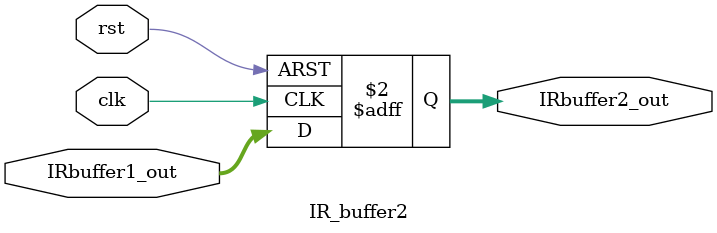
<source format=sv>
module IR_buffer2
(
    input  logic        clk,
    input  logic        rst,
    input  logic [31:0] IRbuffer1_out,       // Input from the main PC
    output logic [31:0] IRbuffer2_out       // Output to Decode stage
);
    always_ff @(posedge clk or posedge rst)
    begin
        if (rst)
            IRbuffer2_out <= 32'b0;         // Reset value
        else
            IRbuffer2_out <= IRbuffer1_out;         // Pass PC to Decode stage
    end
endmodule
</source>
